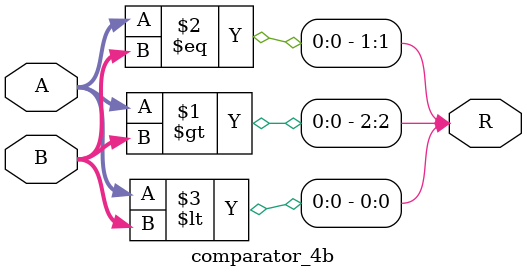
<source format=v>

module comparator_4b (
	input  [3:0] A, B,	
	output [2:0] R		);
	
	// Unique 1 output:
	// R[2] == 1 when A > B
	// R[1] == 1 when A = B
	// R[0] == 1 when A < B
	
	assign R[2] = A > B;
	assign R[1] = A == B;
	assign R[0] = A < B;
	
endmodule
	
	
</source>
